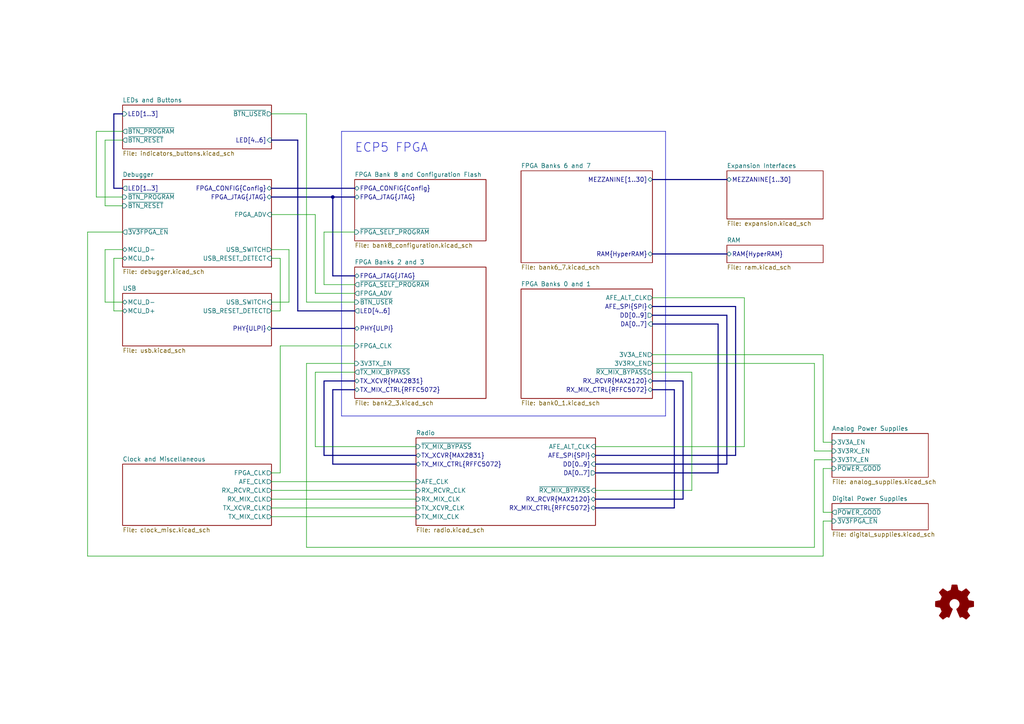
<source format=kicad_sch>
(kicad_sch (version 20230121) (generator eeschema)
  (paper "A4")
  (title_block (title "${TITLE}") (date "${DATE}") (rev "${VERSION}") (company "${COPYRIGHT}") (comment 1 "${LICENSE}"))
  (lib_symbols
    (symbol "Graphic:Logo_Open_Hardware_Small" (in_bom no) (on_board no)
      (symbol "Logo_Open_Hardware_Small_0_1"
        (polyline (pts (xy 3.3528 -4.3434) (xy 3.302 -4.318) (xy 3.175 -4.2418) (xy 2.9972 -4.1148) (xy 2.7686 -3.9624) (xy 2.54 -3.81) (xy 2.3622 -3.7084) (xy 2.2352 -3.6068) (xy 2.1844 -3.5814) (xy 2.159 -3.6068) (xy 2.0574 -3.6576) (xy 1.905 -3.7338) (xy 1.8034 -3.7846) (xy 1.6764 -3.8354) (xy 1.6002 -3.8354) (xy 1.6002 -3.8354) (xy 1.5494 -3.7338) (xy 1.4732 -3.5306) (xy 1.3462 -3.302) (xy 1.2446 -3.0226) (xy 1.1176 -2.7178) (xy 0.9652 -2.413) (xy 0.8636 -2.1082) (xy 0.7366 -1.8288) (xy 0.6604 -1.6256) (xy 0.6096 -1.4732) (xy 0.5842 -1.397) (xy 0.5842 -1.397) (xy 0.6604 -1.3208) (xy 0.7874 -1.2446) (xy 1.0414 -1.016) (xy 1.2954 -0.6858) (xy 1.4478 -0.3302) (xy 1.524 0.0762) (xy 1.4732 0.4572) (xy 1.3208 0.8128) (xy 1.0668 1.143) (xy 0.762 1.3716) (xy 0.4064 1.524) (xy 0 1.5748) (xy -0.381 1.5494) (xy -0.7366 1.397) (xy -1.0668 1.143) (xy -1.2192 0.9906) (xy -1.397 0.6604) (xy -1.524 0.3048) (xy -1.524 0.2286) (xy -1.4986 -0.1778) (xy -1.397 -0.5334) (xy -1.1938 -0.8636) (xy -0.9144 -1.143) (xy -0.8636 -1.1684) (xy -0.7366 -1.27) (xy -0.635 -1.3462) (xy -0.5842 -1.397) (xy -1.0668 -2.5908) (xy -1.143 -2.794) (xy -1.2954 -3.1242) (xy -1.397 -3.4036) (xy -1.4986 -3.6322) (xy -1.5748 -3.7846) (xy -1.6002 -3.8354) (xy -1.6002 -3.8354) (xy -1.651 -3.8354) (xy -1.7272 -3.81) (xy -1.905 -3.7338) (xy -2.0066 -3.683) (xy -2.1336 -3.6068) (xy -2.2098 -3.5814) (xy -2.2606 -3.6068) (xy -2.3622 -3.683) (xy -2.54 -3.81) (xy -2.7686 -3.9624) (xy -2.9718 -4.0894) (xy -3.1496 -4.2164) (xy -3.302 -4.318) (xy -3.3528 -4.3434) (xy -3.3782 -4.3434) (xy -3.429 -4.318) (xy -3.5306 -4.2164) (xy -3.7084 -4.064) (xy -3.937 -3.8354) (xy -3.9624 -3.81) (xy -4.1656 -3.6068) (xy -4.318 -3.4544) (xy -4.4196 -3.3274) (xy -4.445 -3.2766) (xy -4.445 -3.2766) (xy -4.4196 -3.2258) (xy -4.318 -3.0734) (xy -4.2164 -2.8956) (xy -4.064 -2.667) (xy -3.6576 -2.0828) (xy -3.8862 -1.5494) (xy -3.937 -1.3716) (xy -4.0386 -1.1684) (xy -4.0894 -1.0414) (xy -4.1148 -0.9652) (xy -4.191 -0.9398) (xy -4.318 -0.9144) (xy -4.5466 -0.8636) (xy -4.8006 -0.8128) (xy -5.0546 -0.7874) (xy -5.2578 -0.7366) (xy -5.4356 -0.7112) (xy -5.5118 -0.6858) (xy -5.5118 -0.6858) (xy -5.5372 -0.635) (xy -5.5372 -0.5588) (xy -5.5372 -0.4318) (xy -5.5626 -0.2286) (xy -5.5626 0.0762) (xy -5.5626 0.127) (xy -5.5372 0.4064) (xy -5.5372 0.635) (xy -5.5372 0.762) (xy -5.5372 0.8382) (xy -5.5372 0.8382) (xy -5.461 0.8382) (xy -5.3086 0.889) (xy -5.08 0.9144) (xy -4.826 0.9652) (xy -4.8006 0.9906) (xy -4.5466 1.0414) (xy -4.318 1.0668) (xy -4.1656 1.1176) (xy -4.0894 1.143) (xy -4.0894 1.143) (xy -4.0386 1.2446) (xy -3.9624 1.4224) (xy -3.8608 1.6256) (xy -3.7846 1.8288) (xy -3.7084 2.0066) (xy -3.6576 2.159) (xy -3.6322 2.2098) (xy -3.6322 2.2098) (xy -3.683 2.286) (xy -3.7592 2.413) (xy -3.8862 2.5908) (xy -4.064 2.8194) (xy -4.064 2.8448) (xy -4.2164 3.0734) (xy -4.3434 3.2512) (xy -4.4196 3.3782) (xy -4.445 3.4544) (xy -4.445 3.4544) (xy -4.3942 3.5052) (xy -4.2926 3.6322) (xy -4.1148 3.81) (xy -3.937 4.0132) (xy -3.8608 4.064) (xy -3.6576 4.2926) (xy -3.5052 4.4196) (xy -3.4036 4.4958) (xy -3.3528 4.5212) (xy -3.3528 4.5212) (xy -3.302 4.4704) (xy -3.1496 4.3688) (xy -2.9718 4.2418) (xy -2.7432 4.0894) (xy -2.7178 4.0894) (xy -2.4892 3.937) (xy -2.3114 3.81) (xy -2.1844 3.7084) (xy -2.1336 3.683) (xy -2.1082 3.683) (xy -2.032 3.7084) (xy -1.8542 3.7592) (xy -1.6764 3.8354) (xy -1.4732 3.937) (xy -1.27 4.0132) (xy -1.143 4.064) (xy -1.0668 4.1148) (xy -1.0668 4.1148) (xy -1.0414 4.191) (xy -1.016 4.3434) (xy -0.9652 4.572) (xy -0.9144 4.8514) (xy -0.889 4.9022) (xy -0.8382 5.1562) (xy -0.8128 5.3848) (xy -0.7874 5.5372) (xy -0.762 5.588) (xy -0.7112 5.6134) (xy -0.5842 5.6134) (xy -0.4064 5.6134) (xy -0.1524 5.6134) (xy 0.0762 5.6134) (xy 0.3302 5.6134) (xy 0.5334 5.6134) (xy 0.6858 5.588) (xy 0.7366 5.588) (xy 0.7366 5.588) (xy 0.762 5.5118) (xy 0.8128 5.334) (xy 0.8382 5.1054) (xy 0.9144 4.826) (xy 0.9144 4.7752) (xy 0.9652 4.5212) (xy 1.016 4.2926) (xy 1.0414 4.1402) (xy 1.0668 4.0894) (xy 1.0668 4.0894) (xy 1.1938 4.0386) (xy 1.3716 3.9624) (xy 1.5748 3.8608) (xy 2.0828 3.6576) (xy 2.7178 4.0894) (xy 2.7686 4.1402) (xy 2.9972 4.2926) (xy 3.175 4.4196) (xy 3.302 4.4958) (xy 3.3782 4.5212) (xy 3.3782 4.5212) (xy 3.429 4.4704) (xy 3.556 4.3434) (xy 3.7338 4.191) (xy 3.9116 3.9878) (xy 4.064 3.8354) (xy 4.2418 3.6576) (xy 4.3434 3.556) (xy 4.4196 3.4798) (xy 4.4196 3.429) (xy 4.4196 3.4036) (xy 4.3942 3.3274) (xy 4.2926 3.2004) (xy 4.1656 2.9972) (xy 4.0132 2.794) (xy 3.8862 2.5908) (xy 3.7592 2.3876) (xy 3.6576 2.2352) (xy 3.6322 2.159) (xy 3.6322 2.1336) (xy 3.683 2.0066) (xy 3.7592 1.8288) (xy 3.8608 1.6002) (xy 4.064 1.1176) (xy 4.3942 1.0414) (xy 4.5974 1.016) (xy 4.8768 0.9652) (xy 5.1308 0.9144) (xy 5.5372 0.8382) (xy 5.5626 -0.6604) (xy 5.4864 -0.6858) (xy 5.4356 -0.6858) (xy 5.2832 -0.7366) (xy 5.0546 -0.762) (xy 4.8006 -0.8128) (xy 4.5974 -0.8636) (xy 4.3688 -0.9144) (xy 4.2164 -0.9398) (xy 4.1402 -0.9398) (xy 4.1148 -0.9652) (xy 4.064 -1.0668) (xy 3.9878 -1.2446) (xy 3.9116 -1.4478) (xy 3.81 -1.651) (xy 3.7338 -1.8542) (xy 3.683 -2.0066) (xy 3.6576 -2.0828) (xy 3.683 -2.1336) (xy 3.7846 -2.2606) (xy 3.8862 -2.4638) (xy 4.0386 -2.667) (xy 4.191 -2.8956) (xy 4.318 -3.0734) (xy 4.3942 -3.2004) (xy 4.445 -3.2766) (xy 4.4196 -3.3274) (xy 4.3434 -3.429) (xy 4.1656 -3.5814) (xy 3.937 -3.8354) (xy 3.8862 -3.8608) (xy 3.683 -4.064) (xy 3.5306 -4.2164) (xy 3.4036 -4.318) (xy 3.3528 -4.3434)) (fill (type outline)))
      )
    )
  )
  (bus_alias "JTAG" (members "TMS" "TCK" "TDI" "TDO"))
  (bus_alias "SPI" (members "POCI" "PICO" "SCK" "~{CS}"))
  (bus_alias "Type_C" (members "SDA" "SCL" "SBU1S" "SBU2S" "~{INT}" "~{FAULT}"))
  (bus_alias "ULPI" (members "DATA[0..7]" "CLK" "DIR" "STP" "NXT" "~{RESET}"))
  (junction (at 96.52 57.15))
  (wire (pts (xy 93.98 82.55) (xy 102.87 82.55)))
  (wire (pts (xy 78.74 74.93) (xy 81.28 74.93)))
  (wire (pts (xy 78.74 144.78) (xy 120.65 144.78)))
  (wire (pts (xy 25.4 67.31) (xy 25.4 161.29)))
  (bus (pts (xy 208.28 93.98) (xy 208.28 137.16)))
  (wire (pts (xy 200.66 142.24) (xy 172.72 142.24)))
  (bus (pts (xy 210.82 134.62) (xy 172.72 134.62)))
  (bus (pts (xy 213.36 132.08) (xy 172.72 132.08)))
  (wire (pts (xy 78.74 139.7) (xy 120.65 139.7)))
  (wire (pts (xy 83.82 87.63) (xy 78.74 87.63)))
  (wire (pts (xy 81.28 137.16) (xy 81.28 100.33)))
  (bus (pts (xy 35.56 54.61) (xy 33.02 54.61)))
  (bus (pts (xy 208.28 137.16) (xy 172.72 137.16)))
  (wire (pts (xy 83.82 72.39) (xy 83.82 87.63)))
  (wire (pts (xy 78.74 72.39) (xy 83.82 72.39)))
  (wire (pts (xy 35.56 59.69) (xy 30.48 59.69)))
  (wire (pts (xy 27.94 38.1) (xy 35.56 38.1)))
  (bus (pts (xy 198.12 110.49) (xy 198.12 144.78)))
  (wire (pts (xy 241.3 133.35) (xy 236.22 133.35)))
  (polyline (pts (xy 99.06 38.1) (xy 193.04 38.1)))
  (bus (pts (xy 102.87 110.49) (xy 93.98 110.49)))
  (bus (pts (xy 33.02 33.02) (xy 35.56 33.02)))
  (bus (pts (xy 33.02 54.61) (xy 33.02 33.02)))
  (wire (pts (xy 33.02 90.17) (xy 35.56 90.17)))
  (wire (pts (xy 91.44 107.95) (xy 91.44 129.54)))
  (bus (pts (xy 195.58 113.03) (xy 195.58 147.32)))
  (bus (pts (xy 102.87 80.01) (xy 96.52 80.01)))
  (wire (pts (xy 236.22 130.81) (xy 241.3 130.81)))
  (wire (pts (xy 88.9 158.75) (xy 236.22 158.75)))
  (bus (pts (xy 189.23 88.9) (xy 213.36 88.9)))
  (wire (pts (xy 78.74 149.86) (xy 120.65 149.86)))
  (wire (pts (xy 236.22 133.35) (xy 236.22 158.75)))
  (bus (pts (xy 96.52 80.01) (xy 96.52 57.15)))
  (wire (pts (xy 238.76 102.87) (xy 238.76 128.27)))
  (bus (pts (xy 102.87 57.15) (xy 96.52 57.15)))
  (polyline (pts (xy 99.06 38.1) (xy 99.06 120.65)))
  (bus (pts (xy 78.74 54.61) (xy 102.87 54.61)))
  (wire (pts (xy 238.76 148.59) (xy 241.3 148.59)))
  (wire (pts (xy 78.74 33.02) (xy 88.9 33.02)))
  (wire (pts (xy 189.23 107.95) (xy 200.66 107.95)))
  (wire (pts (xy 25.4 67.31) (xy 35.56 67.31)))
  (wire (pts (xy 91.44 129.54) (xy 120.65 129.54)))
  (wire (pts (xy 238.76 128.27) (xy 241.3 128.27)))
  (wire (pts (xy 238.76 135.89) (xy 238.76 148.59)))
  (wire (pts (xy 88.9 105.41) (xy 88.9 158.75)))
  (bus (pts (xy 189.23 93.98) (xy 208.28 93.98)))
  (bus (pts (xy 189.23 110.49) (xy 198.12 110.49)))
  (bus (pts (xy 198.12 144.78) (xy 172.72 144.78)))
  (wire (pts (xy 91.44 62.23) (xy 78.74 62.23)))
  (wire (pts (xy 33.02 74.93) (xy 33.02 90.17)))
  (wire (pts (xy 236.22 105.41) (xy 236.22 130.81)))
  (bus (pts (xy 189.23 113.03) (xy 195.58 113.03)))
  (wire (pts (xy 102.87 105.41) (xy 88.9 105.41)))
  (wire (pts (xy 33.02 74.93) (xy 35.56 74.93)))
  (bus (pts (xy 210.82 91.44) (xy 210.82 134.62)))
  (wire (pts (xy 238.76 161.29) (xy 25.4 161.29)))
  (bus (pts (xy 93.98 132.08) (xy 120.65 132.08)))
  (wire (pts (xy 91.44 85.09) (xy 91.44 62.23)))
  (bus (pts (xy 93.98 110.49) (xy 93.98 132.08)))
  (wire (pts (xy 200.66 107.95) (xy 200.66 142.24)))
  (wire (pts (xy 30.48 40.64) (xy 35.56 40.64)))
  (wire (pts (xy 35.56 57.15) (xy 27.94 57.15)))
  (wire (pts (xy 81.28 100.33) (xy 102.87 100.33)))
  (wire (pts (xy 30.48 40.64) (xy 30.48 59.69)))
  (bus (pts (xy 102.87 95.25) (xy 78.74 95.25)))
  (bus (pts (xy 96.52 134.62) (xy 120.65 134.62)))
  (wire (pts (xy 241.3 151.13) (xy 238.76 151.13)))
  (wire (pts (xy 189.23 105.41) (xy 236.22 105.41)))
  (bus (pts (xy 102.87 113.03) (xy 96.52 113.03)))
  (wire (pts (xy 102.87 67.31) (xy 93.98 67.31)))
  (bus (pts (xy 213.36 88.9) (xy 213.36 132.08)))
  (wire (pts (xy 81.28 74.93) (xy 81.28 90.17)))
  (wire (pts (xy 189.23 86.36) (xy 215.9 86.36)))
  (wire (pts (xy 88.9 33.02) (xy 88.9 87.63)))
  (bus (pts (xy 78.74 40.64) (xy 86.36 40.64)))
  (wire (pts (xy 88.9 87.63) (xy 102.87 87.63)))
  (polyline (pts (xy 193.04 38.1) (xy 193.04 120.65)))
  (wire (pts (xy 102.87 107.95) (xy 91.44 107.95)))
  (wire (pts (xy 93.98 67.31) (xy 93.98 82.55)))
  (wire (pts (xy 215.9 129.54) (xy 172.72 129.54)))
  (wire (pts (xy 102.87 85.09) (xy 91.44 85.09)))
  (wire (pts (xy 241.3 135.89) (xy 238.76 135.89)))
  (bus (pts (xy 96.52 57.15) (xy 78.74 57.15)))
  (bus (pts (xy 96.52 113.03) (xy 96.52 134.62)))
  (wire (pts (xy 30.48 72.39) (xy 30.48 87.63)))
  (wire (pts (xy 30.48 87.63) (xy 35.56 87.63)))
  (bus (pts (xy 102.87 90.17) (xy 86.36 90.17)))
  (wire (pts (xy 78.74 137.16) (xy 81.28 137.16)))
  (bus (pts (xy 189.23 52.07) (xy 210.82 52.07)))
  (bus (pts (xy 86.36 90.17) (xy 86.36 40.64)))
  (wire (pts (xy 35.56 72.39) (xy 30.48 72.39)))
  (wire (pts (xy 27.94 38.1) (xy 27.94 57.15)))
  (wire (pts (xy 81.28 90.17) (xy 78.74 90.17)))
  (wire (pts (xy 78.74 142.24) (xy 120.65 142.24)))
  (wire (pts (xy 238.76 151.13) (xy 238.76 161.29)))
  (wire (pts (xy 215.9 86.36) (xy 215.9 129.54)))
  (wire (pts (xy 78.74 147.32) (xy 120.65 147.32)))
  (bus (pts (xy 189.23 73.66) (xy 210.82 73.66)))
  (bus (pts (xy 195.58 147.32) (xy 172.72 147.32)))
  (polyline (pts (xy 193.04 120.65) (xy 99.06 120.65)))
  (bus (pts (xy 189.23 91.44) (xy 210.82 91.44)))
  (wire (pts (xy 189.23 102.87) (xy 238.76 102.87)))
  (text "ECP5 FPGA" (at 102.87 44.45 0) (effects (font (size 2.54 2.54)) (justify left bottom)))
  (symbol (lib_id "Graphic:Logo_Open_Hardware_Small") (at 276.86 175.26 0) (unit 1)
    (property "Reference" "#LOGO1" (effects hide))
    (property "Value" "Logo_Open_Hardware_Small" (effects hide))
  )
  (sheet (at 241.3 146.05) (size 27.94 7.62)
    (property "Sheetname" "Digital Power Supplies" (at 241.3 145.3384 0) (effects (justify left bottom)))
    (property "Sheetfile" "digital_supplies.kicad_sch" (at 241.3 154.2546 0) (effects (justify left top)))
    (pin "~{POWER_GOOD}" output (at 241.3 148.59 180))
    (pin "~{3V3FPGA_EN}" input (at 241.3 151.13 180))
  )
  (sheet (at 35.56 52.07) (size 43.18 25.4)
    (property "Sheetname" "Debugger" (at 35.56 51.3584 0) (effects (justify left bottom)))
    (property "Sheetfile" "debugger.kicad_sch" (at 35.56 78.0546 0) (effects (justify left top)))
    (pin "MCU_D-" bidirectional (at 35.56 72.39 180))
    (pin "MCU_D+" bidirectional (at 35.56 74.93 180))
    (pin "USB_SWITCH" output (at 78.74 72.39 0))
    (pin "USB_RESET_DETECT" input (at 78.74 74.93 0))
    (pin "~{BTN_RESET}" input (at 35.56 59.69 180))
    (pin "~{BTN_PROGRAM}" input (at 35.56 57.15 180))
    (pin "FPGA_CONFIG{Config}" bidirectional (at 78.74 54.61 0))
    (pin "FPGA_JTAG{JTAG}" bidirectional (at 78.74 57.15 0))
    (pin "FPGA_ADV" input (at 78.74 62.23 0))
    (pin "LED[1..3]" output (at 35.56 54.61 180))
    (pin "~{3V3FPGA_EN}" output (at 35.56 67.31 180))
  )
  (sheet (at 35.56 85.09) (size 43.18 15.24)
    (property "Sheetname" "USB" (at 35.56 84.3784 0) (effects (justify left bottom)))
    (property "Sheetfile" "usb.kicad_sch" (at 35.56 100.9146 0) (effects (justify left top)))
    (pin "MCU_D+" bidirectional (at 35.56 90.17 180))
    (pin "MCU_D-" bidirectional (at 35.56 87.63 180))
    (pin "USB_SWITCH" input (at 78.74 87.63 0))
    (pin "USB_RESET_DETECT" output (at 78.74 90.17 0))
    (pin "PHY{ULPI}" bidirectional (at 78.74 95.25 0))
  )
  (sheet (at 210.82 71.12) (size 27.94 5.08)
    (property "Sheetname" "RAM" (at 210.82 70.4084 0) (effects (justify left bottom)))
    (property "Sheetfile" "ram.kicad_sch" (at 210.82 76.7846 0) (effects (justify left top)))
    (pin "RAM{HyperRAM}" bidirectional (at 210.82 73.66 180))
  )
  (sheet (at 35.56 134.62) (size 43.18 17.78) (stroke (width 0.1524))
    (property "Sheetname" "Clock and Miscellaneous" (at 35.56 133.9084 0) (effects (justify left bottom)))
    (property "Sheetfile" "clock_misc.kicad_sch" (at 35.56 152.9846 0) (effects (justify left top)))
    (pin "FPGA_CLK" output (at 78.74 137.16 0))
    (pin "AFE_CLK" output (at 78.74 139.7 0))
    (pin "RX_RCVR_CLK" output (at 78.74 142.24 0))
    (pin "RX_MIX_CLK" output (at 78.74 144.78 0))
    (pin "TX_XCVR_CLK" output (at 78.74 147.32 0))
    (pin "TX_MIX_CLK" output (at 78.74 149.86 0))
  )
  (sheet (at 151.13 49.53) (size 38.1 26.67)
    (property "Sheetname" "FPGA Banks 6 and 7" (at 151.13 48.8184 0) (effects (justify left bottom)))
    (property "Sheetfile" "bank6_7.kicad_sch" (at 151.13 76.7846 0) (effects (justify left top)))
    (pin "RAM{HyperRAM}" bidirectional (at 189.23 73.66 0))
    (pin "MEZZANINE[1..30]" bidirectional (at 189.23 52.07 0))
  )
  (sheet (at 120.65 127) (size 52.07 25.4) (stroke (width 0.1524))
    (property "Sheetname" "Radio" (at 120.65 126.2884 0) (effects (justify left bottom)))
    (property "Sheetfile" "radio.kicad_sch" (at 120.65 152.9846 0) (effects (justify left top)))
    (pin "AFE_CLK" input (at 120.65 139.7 180))
    (pin "DD[0..9]" input (at 172.72 134.62 0))
    (pin "DA[0..7]" output (at 172.72 137.16 0))
    (pin "AFE_SPI{SPI}" bidirectional (at 172.72 132.08 0))
    (pin "AFE_ALT_CLK" input (at 172.72 129.54 0))
    (pin "TX_XCVR{MAX2831}" bidirectional (at 120.65 132.08 180))
    (pin "TX_MIX_CTRL{RFFC5072}" bidirectional (at 120.65 134.62 180))
    (pin "~{TX_MIX_BYPASS}" input (at 120.65 129.54 180))
    (pin "RX_RCVR{MAX2120}" bidirectional (at 172.72 144.78 0))
    (pin "~{RX_MIX_BYPASS}" input (at 172.72 142.24 0))
    (pin "RX_MIX_CTRL{RFFC5072}" bidirectional (at 172.72 147.32 0))
    (pin "RX_RCVR_CLK" input (at 120.65 142.24 180))
    (pin "RX_MIX_CLK" input (at 120.65 144.78 180))
    (pin "TX_XCVR_CLK" input (at 120.65 147.32 180))
    (pin "TX_MIX_CLK" input (at 120.65 149.86 180))
  )
  (sheet (at 241.3 125.73) (size 27.94 12.7) (stroke (width 0.1524))
    (property "Sheetname" "Analog Power Supplies" (at 241.3 125.0184 0) (effects (justify left bottom)))
    (property "Sheetfile" "analog_supplies.kicad_sch" (at 241.3 139.0146 0) (effects (justify left top)))
    (pin "3V3TX_EN" input (at 241.3 133.35 180))
    (pin "~{POWER_GOOD}" input (at 241.3 135.89 180))
    (pin "3V3RX_EN" input (at 241.3 130.81 180))
    (pin "3V3A_EN" input (at 241.3 128.27 180))
  )
  (sheet (at 102.87 77.47) (size 38.1 38.1)
    (property "Sheetname" "FPGA Banks 2 and 3" (at 102.87 76.7584 0) (effects (justify left bottom)))
    (property "Sheetfile" "bank2_3.kicad_sch" (at 102.87 116.1546 0) (effects (justify left top)))
    (pin "~{FPGA_SELF_PROGRAM}" output (at 102.87 82.55 180))
    (pin "PHY{ULPI}" bidirectional (at 102.87 95.25 180))
    (pin "FPGA_JTAG{JTAG}" bidirectional (at 102.87 80.01 180))
    (pin "TX_MIX_CTRL{RFFC5072}" bidirectional (at 102.87 113.03 180))
    (pin "FPGA_CLK" input (at 102.87 100.33 180))
    (pin "3V3TX_EN" input (at 102.87 105.41 180))
    (pin "TX_XCVR{MAX2831}" bidirectional (at 102.87 110.49 180))
    (pin "LED[4..6]" output (at 102.87 90.17 180))
    (pin "~{TX_MIX_BYPASS}" output (at 102.87 107.95 180))
    (pin "FPGA_ADV" output (at 102.87 85.09 180))
    (pin "~{BTN_USER}" input (at 102.87 87.63 180))
  )
  (sheet (at 210.82 49.53) (size 27.94 13.97) (stroke (width 0.1524))
    (property "Sheetname" "Expansion Interfaces" (at 210.82 48.8184 0) (effects (justify left bottom)))
    (property "Sheetfile" "expansion.kicad_sch" (at 210.82 64.0846 0) (effects (justify left top)))
    (pin "MEZZANINE[1..30]" bidirectional (at 210.82 52.07 180))
  )
  (sheet (at 35.56 30.48) (size 43.18 12.7)
    (property "Sheetname" "LEDs and Buttons" (at 35.56 29.7684 0) (effects (justify left bottom)))
    (property "Sheetfile" "indicators_buttons.kicad_sch" (at 35.56 43.7646 0) (effects (justify left top)))
    (pin "~{BTN_USER}" output (at 78.74 33.02 0))
    (pin "~{BTN_RESET}" output (at 35.56 40.64 180))
    (pin "~{BTN_PROGRAM}" output (at 35.56 38.1 180))
    (pin "LED[4..6]" input (at 78.74 40.64 0))
    (pin "LED[1..3]" input (at 35.56 33.02 180))
  )
  (sheet (at 151.13 83.82) (size 38.1 31.75)
    (property "Sheetname" "FPGA Banks 0 and 1" (at 151.13 83.1084 0) (effects (justify left bottom)))
    (property "Sheetfile" "bank0_1.kicad_sch" (at 151.13 116.1546 0) (effects (justify left top)))
    (pin "AFE_ALT_CLK" output (at 189.23 86.36 0))
    (pin "3V3RX_EN" output (at 189.23 105.41 0))
    (pin "DD[0..9]" output (at 189.23 91.44 0))
    (pin "AFE_SPI{SPI}" bidirectional (at 189.23 88.9 0))
    (pin "DA[0..7]" input (at 189.23 93.98 0))
    (pin "RX_RCVR{MAX2120}" bidirectional (at 189.23 110.49 0))
    (pin "RX_MIX_CTRL{RFFC5072}" bidirectional (at 189.23 113.03 0))
    (pin "~{RX_MIX_BYPASS}" output (at 189.23 107.95 0))
    (pin "3V3A_EN" output (at 189.23 102.87 0))
  )
  (sheet (at 102.87 52.07) (size 38.1 17.78)
    (property "Sheetname" "FPGA Bank 8 and Configuration Flash" (at 102.87 51.3584 0) (effects (justify left bottom)))
    (property "Sheetfile" "bank8_configuration.kicad_sch" (at 102.87 70.4346 0) (effects (justify left top)))
    (pin "~{FPGA_SELF_PROGRAM}" input (at 102.87 67.31 180))
    (pin "FPGA_JTAG{JTAG}" bidirectional (at 102.87 57.15 180))
    (pin "FPGA_CONFIG{Config}" bidirectional (at 102.87 54.61 180))
  )
)
</source>
